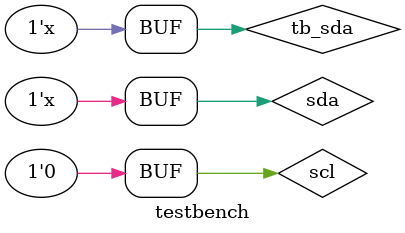
<source format=v>
 
 
 module testbench;
	
	reg scl;
	reg sda;
	reg tb_flag;
	
	wire [7:0] data;
	wire tb_sda;
	
	I2C _i2c(scl, tb_sda, data);
		
	initial begin
		$dumpfile("main.vcd");
		$dumpvars(0,testbench);
	end

	assign tb_sda = sda;
	
initial begin
#1 scl = 1'b1; sda = 1'b1;
#1 scl = 1'b1; sda = 1'b1;
#1 scl = 1'b1; sda = 1'b1;
#1 scl = 1'b1; sda = 1'b0;
#1 scl = 1'b1; sda = 1'b0;
#1 scl = 1'b0; sda = 1'b0;
#1 scl = 1'b0; sda = 1'b0;
#1 scl = 1'b0; sda = 1'b1;
#1 scl = 1'b0; sda = 1'b1;
#1 scl = 1'b0; sda = 1'b1;
#1 scl = 1'b1; sda = 1'b1;
#1 scl = 1'b1; sda = 1'b1;
#1 scl = 1'b1; sda = 1'b1;
#1 scl = 1'b1; sda = 1'b1;
#1 scl = 1'b1; sda = 1'b1;
#1 scl = 1'b0; sda = 1'b1;
#1 scl = 1'b0; sda = 1'b1;
#1 scl = 1'b0; sda = 1'b1;
#1 scl = 1'b0; sda = 1'b1;
#1 scl = 1'b0; sda = 1'b1;
#1 scl = 1'b1; sda = 1'b1;
#1 scl = 1'b1; sda = 1'b1;
#1 scl = 1'b1; sda = 1'b1;
#1 scl = 1'b1; sda = 1'b1;
#1 scl = 1'b1; sda = 1'b1;
#1 scl = 1'b0; sda = 1'b1;
#1 scl = 1'b0; sda = 1'b1;
#1 scl = 1'b0; sda = 1'b0;
#1 scl = 1'b0; sda = 1'b0;
#1 scl = 1'b0; sda = 1'b0;
#1 scl = 1'b1; sda = 1'b0;
#1 scl = 1'b1; sda = 1'b0;
#1 scl = 1'b1; sda = 1'b0;
#1 scl = 1'b1; sda = 1'b0;
#1 scl = 1'b1; sda = 1'b0;
#1 scl = 1'b0; sda = 1'b0;
#1 scl = 1'b0; sda = 1'b0;
#1 scl = 1'b0; sda = 1'b0;
#1 scl = 1'b0; sda = 1'b0;
#1 scl = 1'b0; sda = 1'b0;
#1 scl = 1'b1; sda = 1'b0;
#1 scl = 1'b1; sda = 1'b0;
#1 scl = 1'b1; sda = 1'b0;
#1 scl = 1'b1; sda = 1'b0;
#1 scl = 1'b1; sda = 1'b0;
#1 scl = 1'b0; sda = 1'b0;
#1 scl = 1'b0; sda = 1'b0;
#1 scl = 1'b0; sda = 1'b0;
#1 scl = 1'b0; sda = 1'b0;
#1 scl = 1'b0; sda = 1'b0;
#1 scl = 1'b1; sda = 1'b0;
#1 scl = 1'b1; sda = 1'b0;
#1 scl = 1'b1; sda = 1'b0;
#1 scl = 1'b1; sda = 1'b0;
#1 scl = 1'b1; sda = 1'b0;
#1 scl = 1'b0; sda = 1'b0;
#1 scl = 1'b0; sda = 1'b0;
#1 scl = 1'b0; sda = 1'b1;
#1 scl = 1'b0; sda = 1'b1;
#1 scl = 1'b0; sda = 1'b1;
#1 scl = 1'b1; sda = 1'b1;
#1 scl = 1'b1; sda = 1'b1;
#1 scl = 1'b1; sda = 1'b1;
#1 scl = 1'b1; sda = 1'b1;
#1 scl = 1'b1; sda = 1'b1;
#1 scl = 1'b0; sda = 1'b1;
#1 scl = 1'b0; sda = 1'b1;
#1 scl = 1'b0; sda = 1'b1;
#1 scl = 1'b0; sda = 1'b1;
#1 scl = 1'b0; sda = 1'b1;
#1 scl = 1'b1; sda = 1'b1;
#1 scl = 1'b1; sda = 1'b1;
#1 scl = 1'b1; sda = 1'b1;
#1 scl = 1'b1; sda = 1'b1;
#1 scl = 1'b1; sda = 1'b1;
#1 scl = 1'b0; sda = 1'b1;
#1 scl = 1'b0; sda = 1'b1;
#1 scl = 1'b0; sda = 1'b1;
#1 scl = 1'b0; sda = 1'b1;
#1 scl = 1'b0; sda = 1'b1;
#1 scl = 1'b1; sda = 1'b1;
#1 scl = 1'b1; sda = 1'b1;
#1 scl = 1'b1; sda = 1'b1;
#1 scl = 1'b1; sda = 1'b1;
#1 scl = 1'b1; sda = 1'b1;
#1 scl = 1'b0; sda = 1'bz;
#1 scl = 1'b0; sda = 1'bz;
#1 scl = 1'b0; sda = 1'bz;
#1 scl = 1'b0; sda = 1'bz;
#1 scl = 1'b0; sda = 1'bz;
#1 scl = 1'b1; sda = 1'bz;
#1 scl = 1'b1; sda = 1'bz;
#1 scl = 1'b1; sda = 1'bz;
#1 scl = 1'b1; sda = 1'bz;
#1 scl = 1'b1; sda = 1'bz;
#1 scl = 1'b0; sda = 1'b1;
#1 scl = 1'b0; sda = 1'b1;
#1 scl = 1'b0; sda = 1'b0;
#1 scl = 1'b0; sda = 1'b0;
#1 scl = 1'b0; sda = 1'b0;
#1 scl = 1'b1; sda = 1'b0;
#1 scl = 1'b1; sda = 1'b0;
#1 scl = 1'b1; sda = 1'b0;
#1 scl = 1'b1; sda = 1'b0;
#1 scl = 1'b1; sda = 1'b0;
#1 scl = 1'b0; sda = 1'b0;
#1 scl = 1'b0; sda = 1'b0;
#1 scl = 1'b0; sda = 1'b1;
#1 scl = 1'b0; sda = 1'b1;
#1 scl = 1'b0; sda = 1'b1;
#1 scl = 1'b1; sda = 1'b1;
#1 scl = 1'b1; sda = 1'b1;
#1 scl = 1'b1; sda = 1'b1;
#1 scl = 1'b1; sda = 1'b1;
#1 scl = 1'b1; sda = 1'b1;
#1 scl = 1'b0; sda = 1'b1;
#1 scl = 1'b0; sda = 1'b1;
#1 scl = 1'b0; sda = 1'b1;
#1 scl = 1'b0; sda = 1'b1;
#1 scl = 1'b0; sda = 1'b1;
#1 scl = 1'b1; sda = 1'b1;
#1 scl = 1'b1; sda = 1'b1;
#1 scl = 1'b1; sda = 1'b1;
#1 scl = 1'b1; sda = 1'b1;
#1 scl = 1'b1; sda = 1'b1;
#1 scl = 1'b0; sda = 1'b1;
#1 scl = 1'b0; sda = 1'b1;
#1 scl = 1'b0; sda = 1'b1;
#1 scl = 1'b0; sda = 1'b0;
#1 scl = 1'b0; sda = 1'b0;
#1 scl = 1'b1; sda = 1'b0;
#1 scl = 1'b1; sda = 1'b0;
#1 scl = 1'b1; sda = 1'b0;
#1 scl = 1'b1; sda = 1'b0;
#1 scl = 1'b1; sda = 1'b0;
#1 scl = 1'b0; sda = 1'b0;
#1 scl = 1'b0; sda = 1'b0;
#1 scl = 1'b0; sda = 1'b0;
#1 scl = 1'b0; sda = 1'b1;
#1 scl = 1'b0; sda = 1'b1;
#1 scl = 1'b1; sda = 1'b1;
#1 scl = 1'b1; sda = 1'b1;
#1 scl = 1'b1; sda = 1'b1;
#1 scl = 1'b1; sda = 1'b1;
#1 scl = 1'b1; sda = 1'b1;
#1 scl = 1'b0; sda = 1'b1;
#1 scl = 1'b0; sda = 1'b1;
#1 scl = 1'b0; sda = 1'b1;
#1 scl = 1'b0; sda = 1'b0;
#1 scl = 1'b0; sda = 1'b0;
#1 scl = 1'b1; sda = 1'b0;
#1 scl = 1'b1; sda = 1'b0;
#1 scl = 1'b1; sda = 1'b0;
#1 scl = 1'b1; sda = 1'b0;
#1 scl = 1'b1; sda = 1'b0;
#1 scl = 1'b0; sda = 1'b0;
#1 scl = 1'b0; sda = 1'b0;
#1 scl = 1'b0; sda = 1'b0;
#1 scl = 1'b0; sda = 1'b1;
#1 scl = 1'b0; sda = 1'b1;
#1 scl = 1'b1; sda = 1'b1;
#1 scl = 1'b1; sda = 1'b1;
#1 scl = 1'b1; sda = 1'b1;
#1 scl = 1'b1; sda = 1'b1;
#1 scl = 1'b1; sda = 1'b1;
#1 scl = 1'b0; sda = 1'b1;
#1 scl = 1'b0; sda = 1'b1;
#1 scl = 1'b0; sda = 1'b1;
#1 scl = 1'b0; sda = 1'b1;
#1 scl = 1'b0; sda = 1'b1;
#1 scl = 1'b1; sda = 1'b1;
#1 scl = 1'b1; sda = 1'b1;
#1 scl = 1'b1; sda = 1'b1;
#1 scl = 1'b1; sda = 1'b1;
#1 scl = 1'b1; sda = 1'b1;
#1 scl = 1'b0; sda = 1'bz;
#1 scl = 1'b0; sda = 1'bz;
#1 scl = 1'b0; sda = 1'bz;
#1 scl = 1'b0; sda = 1'bz;
#1 scl = 1'b0; sda = 1'bz;
#1 scl = 1'b1; sda = 1'bz;
#1 scl = 1'b1; sda = 1'bz;
#1 scl = 1'b1; sda = 1'bz;
#1 scl = 1'b1; sda = 1'bz;
#1 scl = 1'b1; sda = 1'bz;
#1 scl = 1'b0; sda = 1'b1;
#1 scl = 1'b0; sda = 1'b1;
#1 scl = 1'b0; sda = 1'b1;
#1 scl = 1'b0; sda = 1'b1;
#1 scl = 1'b0; sda = 1'b1;
#1 scl = 1'b1; sda = 1'b1;
#1 scl = 1'b1; sda = 1'b1;
#1 scl = 1'b1; sda = 1'b1;
#1 scl = 1'b1; sda = 1'b1;
#1 scl = 1'b1; sda = 1'b1;
#1 scl = 1'b0; sda = 1'b1;
#1 scl = 1'b0; sda = 1'b1;
#1 scl = 1'b0; sda = 1'b1;
#1 scl = 1'b0; sda = 1'b1;
#1 scl = 1'b0; sda = 1'b1;

// now reading
#1 scl = 1'b1; sda = 1'b1;
#1 scl = 1'b1; sda = 1'b1;
#1 scl = 1'b1; sda = 1'b1;
#1 scl = 1'b1; sda = 1'b0;
#1 scl = 1'b1; sda = 1'b0;
#1 scl = 1'b0; sda = 1'b0;
#1 scl = 1'b0; sda = 1'b0;
#1 scl = 1'b0; sda = 1'b1;
#1 scl = 1'b0; sda = 1'b1;
#1 scl = 1'b0; sda = 1'b1;
#1 scl = 1'b1; sda = 1'b1;
#1 scl = 1'b1; sda = 1'b1;
#1 scl = 1'b1; sda = 1'b1;
#1 scl = 1'b1; sda = 1'b1;
#1 scl = 1'b1; sda = 1'b1;
#1 scl = 1'b0; sda = 1'b1;
#1 scl = 1'b0; sda = 1'b1;
#1 scl = 1'b0; sda = 1'b1;
#1 scl = 1'b0; sda = 1'b1;
#1 scl = 1'b0; sda = 1'b1;
#1 scl = 1'b1; sda = 1'b1;
#1 scl = 1'b1; sda = 1'b1;
#1 scl = 1'b1; sda = 1'b1;
#1 scl = 1'b1; sda = 1'b1;
#1 scl = 1'b1; sda = 1'b1;
#1 scl = 1'b0; sda = 1'b1;
#1 scl = 1'b0; sda = 1'b1;
#1 scl = 1'b0; sda = 1'b1;
#1 scl = 1'b0; sda = 1'b0;
#1 scl = 1'b0; sda = 1'b0;
#1 scl = 1'b1; sda = 1'b0;
#1 scl = 1'b1; sda = 1'b0;
#1 scl = 1'b1; sda = 1'b0;
#1 scl = 1'b1; sda = 1'b0;
#1 scl = 1'b1; sda = 1'b0;
#1 scl = 1'b0; sda = 1'b0;
#1 scl = 1'b0; sda = 1'b0;
#1 scl = 1'b0; sda = 1'b0;
#1 scl = 1'b0; sda = 1'b0;
#1 scl = 1'b0; sda = 1'b0;
#1 scl = 1'b1; sda = 1'b0;
#1 scl = 1'b1; sda = 1'b0;
#1 scl = 1'b1; sda = 1'b0;
#1 scl = 1'b1; sda = 1'b0;
#1 scl = 1'b1; sda = 1'b0;
#1 scl = 1'b0; sda = 1'b0;
#1 scl = 1'b0; sda = 1'b0;
#1 scl = 1'b0; sda = 1'b0;
#1 scl = 1'b0; sda = 1'b0;
#1 scl = 1'b0; sda = 1'b0;
#1 scl = 1'b1; sda = 1'b0;
#1 scl = 1'b1; sda = 1'b0;
#1 scl = 1'b1; sda = 1'b0;
#1 scl = 1'b1; sda = 1'b0;
#1 scl = 1'b1; sda = 1'b0;
#1 scl = 1'b0; sda = 1'b0;
#1 scl = 1'b0; sda = 1'b0;
#1 scl = 1'b0; sda = 1'b0;
#1 scl = 1'b0; sda = 1'b1;
#1 scl = 1'b0; sda = 1'b1;
#1 scl = 1'b1; sda = 1'b1;
#1 scl = 1'b1; sda = 1'b1;
#1 scl = 1'b1; sda = 1'b1;
#1 scl = 1'b1; sda = 1'b1;
#1 scl = 1'b1; sda = 1'b1;
#1 scl = 1'b0; sda = 1'b1;
#1 scl = 1'b0; sda = 1'b1;
#1 scl = 1'b0; sda = 1'b1;
#1 scl = 1'b0; sda = 1'b1;
#1 scl = 1'b0; sda = 1'b1;
#1 scl = 1'b1; sda = 1'b1;
#1 scl = 1'b1; sda = 1'b1;
#1 scl = 1'b1; sda = 1'b1;
#1 scl = 1'b1; sda = 1'b1;
#1 scl = 1'b1; sda = 1'b1;
#1 scl = 1'b0; sda = 1'b1;
#1 scl = 1'b0; sda = 1'b1;
#1 scl = 1'b0; sda = 1'b1;
#1 scl = 1'b0; sda = 1'b0;
#1 scl = 1'b0; sda = 1'b0;
#1 scl = 1'b1; sda = 1'b0;
#1 scl = 1'b1; sda = 1'b0;
#1 scl = 1'b1; sda = 1'b0;
#1 scl = 1'b1; sda = 1'b0;
#1 scl = 1'b1; sda = 1'b0;
#1 scl = 1'b0; sda = 1'bz;
#1 scl = 1'b0; sda = 1'bz;
#1 scl = 1'b0; sda = 1'bz;
#1 scl = 1'b0; sda = 1'bz;
#1 scl = 1'b0; sda = 1'bz;
#1 scl = 1'b1; sda = 1'bz;
#1 scl = 1'b1; sda = 1'bz;
#1 scl = 1'b1; sda = 1'bz;
#1 scl = 1'b1; sda = 1'bz;
#1 scl = 1'b1; sda = 1'bz;
#1 scl = 1'b0; sda = 1'bz;
#1 scl = 1'b0; sda = 1'bz;
#1 scl = 1'b0; sda = 1'bz;
#1 scl = 1'b0; sda = 1'bz;
#1 scl = 1'b0; sda = 1'bz;
#1 scl = 1'b1; sda = 1'bz;
#1 scl = 1'b1; sda = 1'bz;
#1 scl = 1'b1; sda = 1'bz;
#1 scl = 1'b1; sda = 1'bz;
#1 scl = 1'b1; sda = 1'bz;
#1 scl = 1'b0; sda = 1'bz;
#1 scl = 1'b0; sda = 1'bz;
#1 scl = 1'b0; sda = 1'bz;
#1 scl = 1'b0; sda = 1'bz;
#1 scl = 1'b0; sda = 1'bz;
#1 scl = 1'b1; sda = 1'bz;
#1 scl = 1'b1; sda = 1'bz;
#1 scl = 1'b1; sda = 1'bz;
#1 scl = 1'b1; sda = 1'bz;
#1 scl = 1'b1; sda = 1'bz;
#1 scl = 1'b0; sda = 1'bz;
#1 scl = 1'b0; sda = 1'bz;
#1 scl = 1'b0; sda = 1'bz;
#1 scl = 1'b0; sda = 1'bz;
#1 scl = 1'b0; sda = 1'bz;
#1 scl = 1'b1; sda = 1'bz;
#1 scl = 1'b1; sda = 1'bz;
#1 scl = 1'b1; sda = 1'bz;
#1 scl = 1'b1; sda = 1'bz;
#1 scl = 1'b1; sda = 1'bz;
#1 scl = 1'b0; sda = 1'bz;
#1 scl = 1'b0; sda = 1'bz;
#1 scl = 1'b0; sda = 1'bz;
#1 scl = 1'b0; sda = 1'bz;
#1 scl = 1'b0; sda = 1'bz;
#1 scl = 1'b1; sda = 1'bz;
#1 scl = 1'b1; sda = 1'bz;
#1 scl = 1'b1; sda = 1'bz;
#1 scl = 1'b1; sda = 1'bz;
#1 scl = 1'b1; sda = 1'bz;
#1 scl = 1'b0; sda = 1'bz;
#1 scl = 1'b0; sda = 1'bz;
#1 scl = 1'b0; sda = 1'bz;
#1 scl = 1'b0; sda = 1'bz;
#1 scl = 1'b0; sda = 1'bz;
#1 scl = 1'b1; sda = 1'bz;
#1 scl = 1'b1; sda = 1'bz;
#1 scl = 1'b1; sda = 1'bz;
#1 scl = 1'b1; sda = 1'bz;
#1 scl = 1'b1; sda = 1'bz;
#1 scl = 1'b0; sda = 1'bz;
#1 scl = 1'b0; sda = 1'bz;
#1 scl = 1'b0; sda = 1'bz;
#1 scl = 1'b0; sda = 1'bz;
#1 scl = 1'b0; sda = 1'bz;
#1 scl = 1'b1; sda = 1'bz;
#1 scl = 1'b1; sda = 1'bz;
#1 scl = 1'b1; sda = 1'bz;
#1 scl = 1'b1; sda = 1'bz;
#1 scl = 1'b1; sda = 1'bz;
#1 scl = 1'b0; sda = 1'bz;
#1 scl = 1'b0; sda = 1'bz;
#1 scl = 1'b0; sda = 1'bz;
#1 scl = 1'b0; sda = 1'bz;
#1 scl = 1'b0; sda = 1'bz;
#1 scl = 1'b1; sda = 1'bz;
#1 scl = 1'b1; sda = 1'bz;
#1 scl = 1'b1; sda = 1'bz;
#1 scl = 1'b1; sda = 1'bz;
#1 scl = 1'b1; sda = 1'bz;
#1 scl = 1'b0; sda = 1'bz;
#1 scl = 1'b0; sda = 1'bz;
#1 scl = 1'b0; sda = 1'bz;
#1 scl = 1'b0; sda = 1'bz;
#1 scl = 1'b0; sda = 1'bz;
#1 scl = 1'b1; sda = 1'bz;
#1 scl = 1'b1; sda = 1'bz;
#1 scl = 1'b1; sda = 1'bz;
#1 scl = 1'b1; sda = 1'bz;
#1 scl = 1'b1; sda = 1'bz;
#1 scl = 1'b0; sda = 1'bz;
#1 scl = 1'b0; sda = 1'bz;
#1 scl = 1'b0; sda = 1'bz;
#1 scl = 1'b0; sda = 1'bz;
#1 scl = 1'b0; sda = 1'bz;
#1 scl = 1'b1; sda = 1'bz;
#1 scl = 1'b1; sda = 1'bz;
#1 scl = 1'b1; sda = 1'bz;
#1 scl = 1'b1; sda = 1'bz;
#1 scl = 1'b1; sda = 1'bz;
#1 scl = 1'b0; sda = 1'bz;
#1 scl = 1'b0; sda = 1'bz;
#1 scl = 1'b0; sda = 1'bz;
#1 scl = 1'b0; sda = 1'bz;
#1 scl = 1'b0; sda = 1'bz;
#1 scl = 1'b1; sda = 1'bz;
#1 scl = 1'b1; sda = 1'bz;
#1 scl = 1'b1; sda = 1'bz;
#1 scl = 1'b1; sda = 1'bz;
#1 scl = 1'b1; sda = 1'bz;
#1 scl = 1'b0; sda = 1'bz;
#1 scl = 1'b0; sda = 1'bz;
#1 scl = 1'b0; sda = 1'bz;
#1 scl = 1'b0; sda = 1'bz;
#1 scl = 1'b0; sda = 1'bz;
end
 
 
 endmodule 
 
</source>
